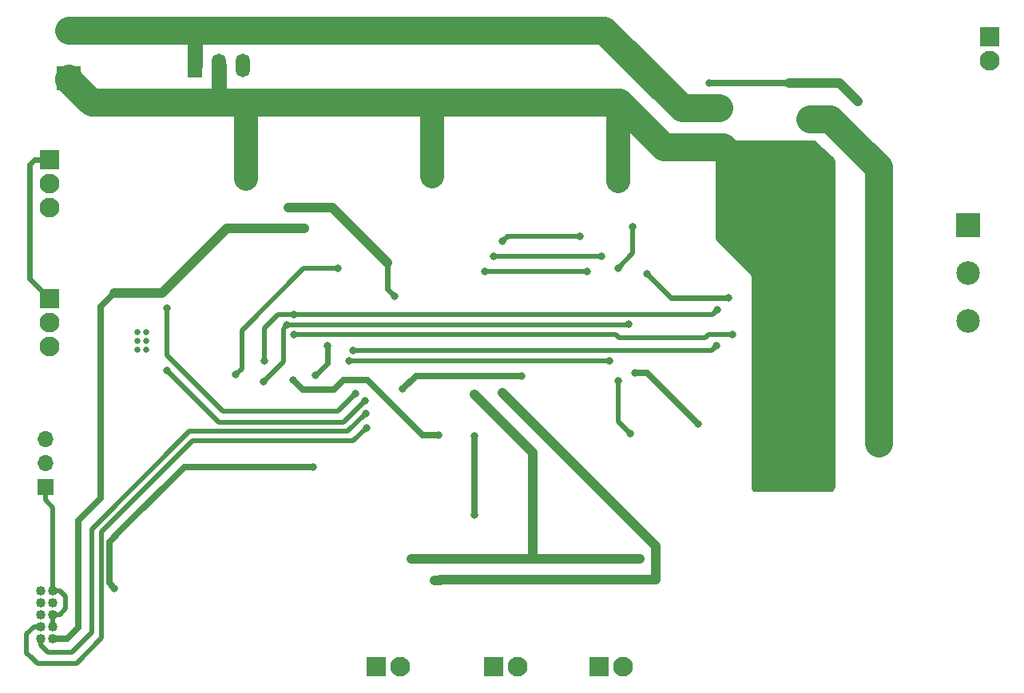
<source format=gbr>
G04 #@! TF.GenerationSoftware,KiCad,Pcbnew,5.1.6-c6e7f7d~87~ubuntu20.04.1*
G04 #@! TF.CreationDate,2020-08-09T19:44:10+01:00*
G04 #@! TF.ProjectId,scot-motor,73636f74-2d6d-46f7-946f-722e6b696361,rev?*
G04 #@! TF.SameCoordinates,Original*
G04 #@! TF.FileFunction,Copper,L2,Bot*
G04 #@! TF.FilePolarity,Positive*
%FSLAX46Y46*%
G04 Gerber Fmt 4.6, Leading zero omitted, Abs format (unit mm)*
G04 Created by KiCad (PCBNEW 5.1.6-c6e7f7d~87~ubuntu20.04.1) date 2020-08-09 19:44:10*
%MOMM*%
%LPD*%
G01*
G04 APERTURE LIST*
G04 #@! TA.AperFunction,ComponentPad*
%ADD10C,2.500000*%
G04 #@! TD*
G04 #@! TA.AperFunction,ComponentPad*
%ADD11R,2.500000X2.500000*%
G04 #@! TD*
G04 #@! TA.AperFunction,ComponentPad*
%ADD12C,2.100000*%
G04 #@! TD*
G04 #@! TA.AperFunction,ComponentPad*
%ADD13R,2.100000X2.100000*%
G04 #@! TD*
G04 #@! TA.AperFunction,ComponentPad*
%ADD14O,1.500000X2.500000*%
G04 #@! TD*
G04 #@! TA.AperFunction,ComponentPad*
%ADD15R,1.500000X2.500000*%
G04 #@! TD*
G04 #@! TA.AperFunction,ComponentPad*
%ADD16C,0.630000*%
G04 #@! TD*
G04 #@! TA.AperFunction,Conductor*
%ADD17R,2.600000X3.300000*%
G04 #@! TD*
G04 #@! TA.AperFunction,ComponentPad*
%ADD18C,1.016000*%
G04 #@! TD*
G04 #@! TA.AperFunction,ComponentPad*
%ADD19O,1.700000X1.700000*%
G04 #@! TD*
G04 #@! TA.AperFunction,ComponentPad*
%ADD20R,1.700000X1.700000*%
G04 #@! TD*
G04 #@! TA.AperFunction,ViaPad*
%ADD21C,0.650000*%
G04 #@! TD*
G04 #@! TA.AperFunction,ViaPad*
%ADD22C,0.800000*%
G04 #@! TD*
G04 #@! TA.AperFunction,Conductor*
%ADD23C,0.600000*%
G04 #@! TD*
G04 #@! TA.AperFunction,Conductor*
%ADD24C,1.000000*%
G04 #@! TD*
G04 #@! TA.AperFunction,Conductor*
%ADD25C,0.700000*%
G04 #@! TD*
G04 #@! TA.AperFunction,Conductor*
%ADD26C,3.000000*%
G04 #@! TD*
G04 #@! TA.AperFunction,Conductor*
%ADD27C,1.600000*%
G04 #@! TD*
G04 #@! TA.AperFunction,Conductor*
%ADD28C,2.500000*%
G04 #@! TD*
G04 #@! TA.AperFunction,Conductor*
%ADD29C,0.500000*%
G04 #@! TD*
G04 #@! TA.AperFunction,Conductor*
%ADD30C,0.254000*%
G04 #@! TD*
G04 APERTURE END LIST*
D10*
X170129200Y-79044800D03*
X170129200Y-73964800D03*
D11*
X170129200Y-68884800D03*
D12*
X122377200Y-115738400D03*
D13*
X119837200Y-115738400D03*
D12*
X172491400Y-51485800D03*
D13*
X172491400Y-48945800D03*
D14*
X93268800Y-51968400D03*
X90728800Y-51968400D03*
D15*
X88188800Y-51968400D03*
D16*
X154142200Y-78541400D03*
X152842200Y-78541400D03*
X154142200Y-75941400D03*
X154142200Y-77241400D03*
X152842200Y-77241400D03*
X152842200Y-75941400D03*
D17*
X153492200Y-77241400D03*
D18*
X71907400Y-107670600D03*
X73177400Y-107670600D03*
X71907400Y-108940600D03*
X73177400Y-108940600D03*
X71907400Y-110210600D03*
X73177400Y-110210600D03*
X71907400Y-111480600D03*
X73177400Y-111480600D03*
X71907400Y-112750600D03*
X73177400Y-112750600D03*
D19*
X72364600Y-91643200D03*
X72364600Y-94183200D03*
D20*
X72364600Y-96723200D03*
D12*
X109982000Y-115738400D03*
D13*
X107442000Y-115738400D03*
D12*
X133553200Y-115738400D03*
D13*
X131013200Y-115738400D03*
D10*
X74853800Y-48285400D03*
D11*
X74853800Y-53365400D03*
D12*
X72821800Y-81813400D03*
X72821800Y-79273400D03*
D13*
X72821800Y-76733400D03*
D12*
X72821800Y-67081400D03*
X72821800Y-64541400D03*
D13*
X72821800Y-62001400D03*
D21*
X82125800Y-80228400D03*
X82125800Y-81178400D03*
X82125800Y-82128400D03*
X83075800Y-80228400D03*
X83075800Y-81178400D03*
X83075800Y-82128400D03*
D22*
X79679800Y-76098400D03*
X102285800Y-81686400D03*
X101015800Y-84861400D03*
X99822000Y-69291200D03*
X141528800Y-89966800D03*
X141528800Y-89966800D03*
X134874000Y-84582000D03*
X108635800Y-72923400D03*
X109397800Y-76479400D03*
X133070600Y-64389000D03*
X133070600Y-63017400D03*
X133070600Y-61645800D03*
X133070600Y-60325000D03*
X113360200Y-62458600D03*
X113360200Y-59766200D03*
X113360200Y-63830200D03*
X113360200Y-61087000D03*
X93700600Y-61188600D03*
X93700600Y-59867800D03*
X93700600Y-62560200D03*
X93700600Y-63931800D03*
X143129000Y-59994800D03*
X141986000Y-59994800D03*
X140817600Y-59994800D03*
X98094800Y-67056000D03*
X111175000Y-104292400D03*
X124053600Y-104317800D03*
X135331200Y-104317800D03*
X98628200Y-85344000D03*
X114045998Y-91211400D03*
X100761800Y-94564200D03*
X79629000Y-107416600D03*
X117830600Y-86842600D03*
X154736800Y-92710000D03*
X151790400Y-92710000D03*
X151739600Y-90728800D03*
X151739600Y-88595200D03*
X154736800Y-88595200D03*
X154736800Y-90728800D03*
X155600400Y-63449200D03*
X155600400Y-62331604D03*
X103352600Y-73533000D03*
X92557600Y-84734400D03*
X98729800Y-80543400D03*
X145211800Y-80543400D03*
X85267800Y-77749400D03*
X105206800Y-86766400D03*
X85267800Y-84353400D03*
X106222800Y-87528400D03*
X118948200Y-73837800D03*
X129768600Y-73837800D03*
X119837200Y-72237600D03*
X131292600Y-72186800D03*
X120777000Y-70637400D03*
X129006600Y-70129400D03*
X106375200Y-90398600D03*
X106299000Y-88925400D03*
X104571826Y-83337400D03*
X132156200Y-83337400D03*
X104952800Y-82194400D03*
X143459200Y-81686400D03*
X97967800Y-79527400D03*
X95478600Y-85521800D03*
X134213600Y-79451200D03*
X143586200Y-77876400D03*
X98729800Y-78384400D03*
X95580200Y-83312000D03*
X133096000Y-85394800D03*
X134366000Y-90982800D03*
X117881400Y-91262200D03*
X117881400Y-99618800D03*
X136093200Y-74066400D03*
X144729200Y-76606400D03*
X143078200Y-57099200D03*
X140919200Y-57124600D03*
X141757400Y-55753000D03*
X143916400Y-55753000D03*
X113632200Y-106560400D03*
X126187200Y-106553000D03*
X137058400Y-106553000D03*
X120827800Y-86690200D03*
X154152600Y-58216800D03*
X154152600Y-57073800D03*
X152882600Y-57073800D03*
X152882600Y-58216800D03*
X161493200Y-88696800D03*
X159918400Y-90627200D03*
X161442400Y-92379800D03*
X159918400Y-92379800D03*
X159918400Y-88696800D03*
X161442400Y-90627200D03*
X142722600Y-53873400D03*
X151180799Y-53873400D03*
X110236000Y-86309200D03*
X134620000Y-69088000D03*
X133070601Y-73456800D03*
X122809000Y-84886800D03*
X158496000Y-55829200D03*
D23*
X102285800Y-81686400D02*
X102285800Y-83591400D01*
X102285800Y-83591400D02*
X101015800Y-84861400D01*
D24*
X91567000Y-69291200D02*
X99822000Y-69291200D01*
X79679800Y-76098400D02*
X84759800Y-76098400D01*
X84759800Y-76098400D02*
X91567000Y-69291200D01*
D25*
X73895820Y-112750600D02*
X73177400Y-112750600D01*
X79679800Y-76098400D02*
X78257400Y-77520800D01*
X78257400Y-77520800D02*
X78257400Y-97866200D01*
X75869800Y-111556800D02*
X74676000Y-112750600D01*
X78257400Y-97866200D02*
X75869800Y-100253800D01*
X75869800Y-100253800D02*
X75869800Y-111556800D01*
X74676000Y-112750600D02*
X73895820Y-112750600D01*
X141528800Y-89966800D02*
X136144000Y-84582000D01*
X136144000Y-84582000D02*
X134874000Y-84582000D01*
D26*
X74853800Y-53365400D02*
X74853800Y-53492400D01*
X74853800Y-53492400D02*
X76631800Y-55270400D01*
X76631800Y-55270400D02*
X77266800Y-55905400D01*
D23*
X108635800Y-72923400D02*
X108635800Y-75717400D01*
X108635800Y-75717400D02*
X109397800Y-76479400D01*
D27*
X90754200Y-54843800D02*
X90754200Y-55905400D01*
X90728800Y-51968400D02*
X90728800Y-54818400D01*
D26*
X77266800Y-55905400D02*
X90754200Y-55905400D01*
D28*
X93649800Y-55905400D02*
X93649800Y-63982600D01*
D26*
X90754200Y-55905400D02*
X93649800Y-55905400D01*
D28*
X113360200Y-55905400D02*
X113360200Y-63779400D01*
D26*
X113360200Y-55905400D02*
X117398800Y-55905400D01*
X93649800Y-55905400D02*
X113360200Y-55905400D01*
X117398800Y-55905400D02*
X133070600Y-55905400D01*
D29*
X73177400Y-98886000D02*
X73177400Y-106952180D01*
X73177400Y-106952180D02*
X73177400Y-107670600D01*
X72364600Y-98073200D02*
X73177400Y-98886000D01*
X72364600Y-96723200D02*
X72364600Y-98073200D01*
X73895820Y-110210600D02*
X73177400Y-110210600D01*
X74523600Y-109582820D02*
X73895820Y-110210600D01*
X74523600Y-108298380D02*
X74523600Y-109582820D01*
X73895820Y-107670600D02*
X74523600Y-108298380D01*
X73177400Y-107670600D02*
X73895820Y-107670600D01*
X73177400Y-110210600D02*
X73177400Y-111480600D01*
D26*
X144957800Y-61391800D02*
X148793200Y-61391800D01*
X144195800Y-60629800D02*
X144957800Y-61391800D01*
X137871200Y-60629800D02*
X144195800Y-60629800D01*
X133070600Y-55905400D02*
X133146800Y-55905400D01*
X133146800Y-55905400D02*
X137871200Y-60629800D01*
D24*
X102768400Y-67056000D02*
X98094800Y-67056000D01*
X108635800Y-72923400D02*
X102768400Y-67056000D01*
X111740685Y-104292400D02*
X111766085Y-104317800D01*
X111175000Y-104292400D02*
X111740685Y-104292400D01*
X124053600Y-104317800D02*
X135331200Y-104317800D01*
D28*
X133070600Y-55905400D02*
X133070600Y-64236600D01*
D25*
X112369600Y-91211400D02*
X114045998Y-91211400D01*
X103962200Y-85369400D02*
X106527600Y-85369400D01*
X102946200Y-86385400D02*
X103962200Y-85369400D01*
X106527600Y-85369400D02*
X112369600Y-91211400D01*
X98628200Y-85344000D02*
X99669600Y-86385400D01*
X99669600Y-86385400D02*
X102946200Y-86385400D01*
D24*
X111766085Y-104317800D02*
X112369600Y-104317800D01*
X112369600Y-104317800D02*
X124053600Y-104317800D01*
D25*
X100761800Y-94564200D02*
X87096600Y-94564200D01*
X87096600Y-94564200D02*
X80365600Y-101295200D01*
X79108210Y-102552590D02*
X79108210Y-106895810D01*
X80365600Y-101295200D02*
X79108210Y-102552590D01*
X79108210Y-106895810D02*
X79629000Y-107416600D01*
D24*
X124053600Y-93065600D02*
X117830600Y-86842600D01*
X124053600Y-104317800D02*
X124053600Y-93065600D01*
D29*
X93167200Y-84124800D02*
X92557600Y-84734400D01*
X93167200Y-80111600D02*
X93167200Y-84124800D01*
X103352600Y-73533000D02*
X99745800Y-73533000D01*
X99745800Y-73533000D02*
X93167200Y-80111600D01*
X144500600Y-80543400D02*
X145211800Y-80543400D01*
X142671800Y-80543400D02*
X144500600Y-80543400D01*
X142341600Y-80873600D02*
X142671800Y-80543400D01*
X133197600Y-80873600D02*
X142341600Y-80873600D01*
X98729800Y-80543400D02*
X132867400Y-80543400D01*
X132867400Y-80543400D02*
X133197600Y-80873600D01*
X103327200Y-88646000D02*
X105206800Y-86766400D01*
X85267800Y-77749400D02*
X85267800Y-82702400D01*
X91211400Y-88646000D02*
X103327200Y-88646000D01*
X85267800Y-82702400D02*
X91211400Y-88646000D01*
X103936800Y-89814400D02*
X106222800Y-87528400D01*
X85267800Y-84353400D02*
X90728800Y-89814400D01*
X90728800Y-89814400D02*
X103936800Y-89814400D01*
X118948200Y-73837800D02*
X121996200Y-73837800D01*
X121996200Y-73837800D02*
X129202915Y-73837800D01*
X129202915Y-73837800D02*
X129768600Y-73837800D01*
X119837200Y-72237600D02*
X131241800Y-72237600D01*
X131241800Y-72237600D02*
X131292600Y-72186800D01*
X121176999Y-70237401D02*
X121202399Y-70237401D01*
X120777000Y-70637400D02*
X121176999Y-70237401D01*
X121202399Y-70237401D02*
X121310400Y-70129400D01*
X121310400Y-70129400D02*
X129006600Y-70129400D01*
X70383400Y-112286180D02*
X71188980Y-111480600D01*
X70383400Y-114274600D02*
X70383400Y-112286180D01*
X70923999Y-114815199D02*
X70383400Y-114274600D01*
X70949399Y-114815199D02*
X70923999Y-114815199D01*
X71501000Y-115366800D02*
X70949399Y-114815199D01*
X104952800Y-91821000D02*
X87960200Y-91821000D01*
X106375200Y-90398600D02*
X104952800Y-91821000D01*
X87960200Y-91821000D02*
X78308200Y-101473000D01*
X78308200Y-101473000D02*
X78308200Y-112699800D01*
X75641200Y-115366800D02*
X71501000Y-115366800D01*
X71188980Y-111480600D02*
X71907400Y-111480600D01*
X78308200Y-112699800D02*
X75641200Y-115366800D01*
X72636780Y-114198400D02*
X71907400Y-113469020D01*
X106299000Y-88925400D02*
X104419400Y-90805000D01*
X71907400Y-113469020D02*
X71907400Y-112750600D01*
X77266800Y-101193600D02*
X77266800Y-112115600D01*
X104419400Y-90805000D02*
X87655400Y-90805000D01*
X87655400Y-90805000D02*
X77266800Y-101193600D01*
X77266800Y-112115600D02*
X75184000Y-114198400D01*
X75184000Y-114198400D02*
X72636780Y-114198400D01*
X104571826Y-83337400D02*
X132156200Y-83337400D01*
X104952800Y-82194400D02*
X136474200Y-82194400D01*
X136474200Y-82194400D02*
X142951200Y-82194400D01*
X142951200Y-82194400D02*
X143459200Y-81686400D01*
X97567801Y-79927399D02*
X97567801Y-83432599D01*
X97967800Y-79527400D02*
X97567801Y-79927399D01*
X97567801Y-83432599D02*
X95478600Y-85521800D01*
X97967800Y-79527400D02*
X133908800Y-79527400D01*
X133908800Y-79527400D02*
X134137400Y-79527400D01*
X134137400Y-79527400D02*
X134213600Y-79451200D01*
X98164115Y-78384400D02*
X98729800Y-78384400D01*
X97028000Y-78384400D02*
X98164115Y-78384400D01*
X95580200Y-83312000D02*
X95580200Y-79832200D01*
X95580200Y-79832200D02*
X97028000Y-78384400D01*
X143078200Y-78384400D02*
X143586200Y-77876400D01*
X98729800Y-78384400D02*
X143078200Y-78384400D01*
D23*
X72821800Y-76733400D02*
X72059800Y-75971400D01*
X71171800Y-62001400D02*
X72821800Y-62001400D01*
X70662800Y-62510400D02*
X71171800Y-62001400D01*
X70662800Y-74574400D02*
X70662800Y-62510400D01*
X72821800Y-76733400D02*
X70662800Y-74574400D01*
D29*
X133096000Y-85394800D02*
X133096000Y-89712800D01*
X133096000Y-89712800D02*
X134366000Y-90982800D01*
D25*
X117881400Y-91262200D02*
X117881400Y-99618800D01*
D23*
X138633200Y-76606400D02*
X136093200Y-74066400D01*
X144729200Y-76606400D02*
X138633200Y-76606400D01*
D27*
X88112600Y-49042200D02*
X88112600Y-48285400D01*
X88188800Y-51968400D02*
X88188800Y-49118400D01*
D26*
X74853800Y-48285400D02*
X88112600Y-48285400D01*
D27*
X88188800Y-49118400D02*
X88112600Y-49042200D01*
D26*
X139827000Y-56515000D02*
X143713200Y-56515000D01*
X88112600Y-48285400D02*
X131597400Y-48285400D01*
X131597400Y-48285400D02*
X139827000Y-56515000D01*
D24*
X114197885Y-106560400D02*
X114205285Y-106553000D01*
X113632200Y-106560400D02*
X114197885Y-106560400D01*
X114205285Y-106553000D02*
X126187200Y-106553000D01*
X126187200Y-106553000D02*
X137058400Y-106553000D01*
X137058400Y-102920800D02*
X120827800Y-86690200D01*
X137058400Y-106553000D02*
X137058400Y-102920800D01*
D26*
X155549600Y-57658000D02*
X153365200Y-57658000D01*
X158902400Y-61010800D02*
X155549600Y-57658000D01*
X158902400Y-61010800D02*
X159715200Y-61823600D01*
X158902400Y-61010800D02*
X160655000Y-62763400D01*
X160655000Y-62763400D02*
X160655000Y-92075000D01*
D25*
X142722600Y-53873400D02*
X149275800Y-53873400D01*
X149275800Y-53873400D02*
X151180799Y-53873400D01*
D29*
X134620000Y-71907401D02*
X133070601Y-73456800D01*
X134620000Y-69088000D02*
X134620000Y-71907401D01*
D25*
X111658400Y-84886800D02*
X122809000Y-84886800D01*
X110236000Y-86309200D02*
X111658400Y-84886800D01*
D24*
X156540200Y-53873400D02*
X151180799Y-53873400D01*
X158496000Y-55829200D02*
X156540200Y-53873400D01*
D30*
G36*
X153769690Y-60032514D02*
G01*
X153855276Y-60065832D01*
X153936539Y-60123692D01*
X155777927Y-61813435D01*
X155848720Y-61899165D01*
X155889898Y-61992841D01*
X155905200Y-62102975D01*
X155905200Y-96672072D01*
X155891431Y-96776657D01*
X155854277Y-96866355D01*
X155795176Y-96943376D01*
X155718155Y-97002477D01*
X155628457Y-97039631D01*
X155523872Y-97053400D01*
X147650528Y-97053400D01*
X147545943Y-97039631D01*
X147456245Y-97002477D01*
X147379224Y-96943376D01*
X147320123Y-96866355D01*
X147282969Y-96776657D01*
X147269200Y-96672072D01*
X147269200Y-74400507D01*
X147268114Y-74383930D01*
X147251077Y-74254520D01*
X147242496Y-74222496D01*
X147192546Y-74101906D01*
X147175969Y-74073194D01*
X147096509Y-73969640D01*
X147085556Y-73957150D01*
X143574334Y-70445928D01*
X143510122Y-70362245D01*
X143472969Y-70272550D01*
X143459200Y-70167965D01*
X143459200Y-60401528D01*
X143472969Y-60296943D01*
X143510123Y-60207245D01*
X143569224Y-60130224D01*
X143646245Y-60071123D01*
X143735943Y-60033969D01*
X143840528Y-60020200D01*
X153670686Y-60020200D01*
X153769690Y-60032514D01*
G37*
X153769690Y-60032514D02*
X153855276Y-60065832D01*
X153936539Y-60123692D01*
X155777927Y-61813435D01*
X155848720Y-61899165D01*
X155889898Y-61992841D01*
X155905200Y-62102975D01*
X155905200Y-96672072D01*
X155891431Y-96776657D01*
X155854277Y-96866355D01*
X155795176Y-96943376D01*
X155718155Y-97002477D01*
X155628457Y-97039631D01*
X155523872Y-97053400D01*
X147650528Y-97053400D01*
X147545943Y-97039631D01*
X147456245Y-97002477D01*
X147379224Y-96943376D01*
X147320123Y-96866355D01*
X147282969Y-96776657D01*
X147269200Y-96672072D01*
X147269200Y-74400507D01*
X147268114Y-74383930D01*
X147251077Y-74254520D01*
X147242496Y-74222496D01*
X147192546Y-74101906D01*
X147175969Y-74073194D01*
X147096509Y-73969640D01*
X147085556Y-73957150D01*
X143574334Y-70445928D01*
X143510122Y-70362245D01*
X143472969Y-70272550D01*
X143459200Y-70167965D01*
X143459200Y-60401528D01*
X143472969Y-60296943D01*
X143510123Y-60207245D01*
X143569224Y-60130224D01*
X143646245Y-60071123D01*
X143735943Y-60033969D01*
X143840528Y-60020200D01*
X153670686Y-60020200D01*
X153769690Y-60032514D01*
M02*

</source>
